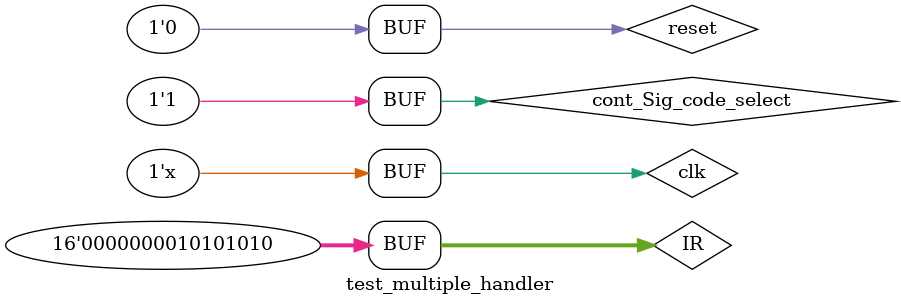
<source format=v>
module multiple_handler(
clk,
reset,
pren_out,
selectinput,
inputfromIR,
flag_multiple);

	input clk, reset, selectinput;
	input [0:7] inputfromIR;
	output [2:0] pren_out;
	output flag_multiple;

	wire [7:0] mux_out, reg_out, out_and8, decoder_out;

	register8 code_reg(.clk(clk), .reset(reset), .write(1'b1), .in(mux_out), .out(reg_out));

	mux8_2to1 mux_code_select(.data0(inputfromIR), .data1(out_and8), .selectinput(selectinput), .out(mux_out));

	priorityEncoder_8x3 p1(.in(reg_out), .out(pren_out));

	decoder_3x8 d1(.in(pren_out), .out(decoder_out));

	and8bit and_IR_decoder(.in1(decoder_out), .in2(reg_out),.out(out_and8));
	
	assign flag_multiple = ~(|(out_and8));
   
	
endmodule

module test_multiple_handler;

	reg clk, reset, cont_Sig_code_select;
	reg [0:15] IR;
	wire [2:0] pren_out;

	multiple_handler m1(.clk(clk), .reset(reset), .inputfromIR(IR[8:15]), .pren_out(pren_out), .selectinput(cont_Sig_code_select));

	always #5 clk = ~clk;

	initial begin
	#0 clk = 0; reset = 1;
	#10 reset = 0;
	#5 IR = 16'b0000000010101010; cont_Sig_code_select = 0;
	#10 cont_Sig_code_select = 1;
	#10 cont_Sig_code_select = 1;
	#10 cont_Sig_code_select = 1;
	#10 cont_Sig_code_select = 1;
	#10 cont_Sig_code_select = 1;
	#10 cont_Sig_code_select = 1;
	#10 cont_Sig_code_select = 1;
	#10 cont_Sig_code_select = 1;
	end

	

endmodule


</source>
